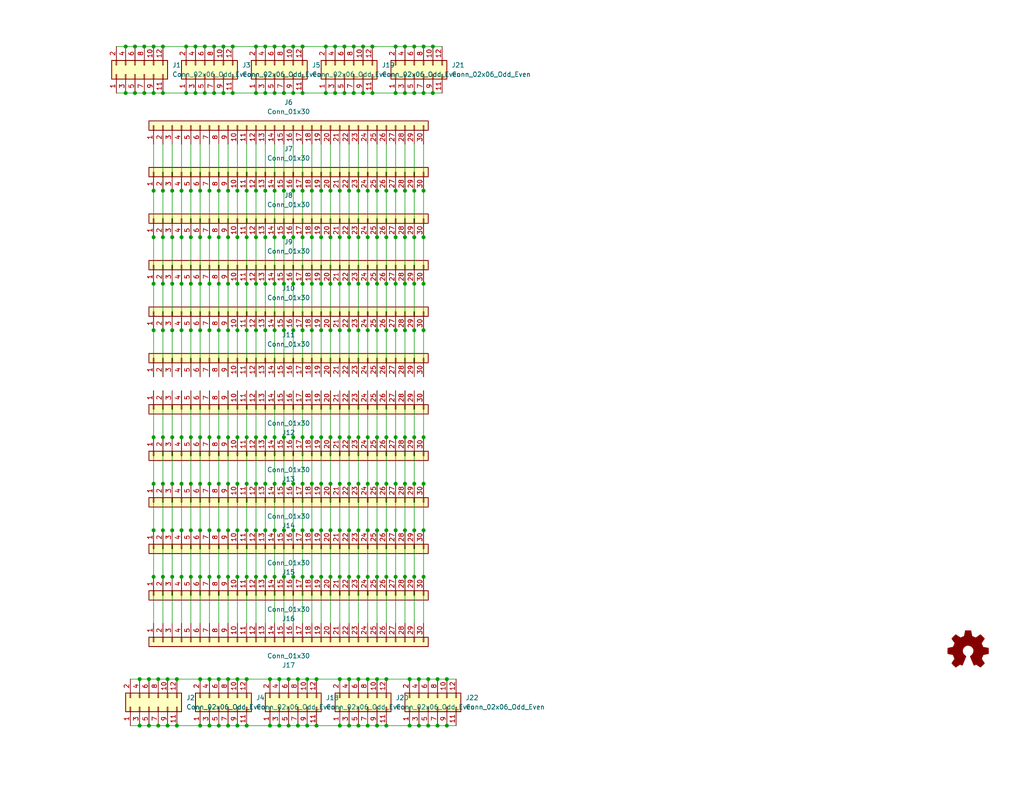
<source format=kicad_sch>
(kicad_sch (version 20230121) (generator eeschema)
  (paper "USLetter")
  (title_block (title "Control Interconnect Board OEDCS") (date "2023-10-10") (rev "Rev 1.1") (company "Public Invention") (comment 1 "GNU Affero General Public License v3.0") (comment 2 "Contributor: Lawrence Kinceloe") (comment 3 "Drawn By: (Forrest) Lee Erickson"))
  (lib_symbols
    (symbol "Connector_Generic:Conn_01x30" (pin_names (offset 1.016) hide)
      (property "Reference" "J" (at 0 38.1 0))
      (property "Value" "Conn_01x30" (at 0 -40.64 0))
      (symbol "Conn_01x30_1_1"
        (pin passive line (at -5.08 35.56 0) (length 3.81) (name "Pin_1") (number "1"))
        (pin passive line (at -5.08 12.7 0) (length 3.81) (name "Pin_10") (number "10"))
        (pin passive line (at -5.08 10.16 0) (length 3.81) (name "Pin_11") (number "11"))
        (pin passive line (at -5.08 7.62 0) (length 3.81) (name "Pin_12") (number "12"))
        (pin passive line (at -5.08 5.08 0) (length 3.81) (name "Pin_13") (number "13"))
        (pin passive line (at -5.08 2.54 0) (length 3.81) (name "Pin_14") (number "14"))
        (pin passive line (at -5.08 0 0) (length 3.81) (name "Pin_15") (number "15"))
        (pin passive line (at -5.08 -2.54 0) (length 3.81) (name "Pin_16") (number "16"))
        (pin passive line (at -5.08 -5.08 0) (length 3.81) (name "Pin_17") (number "17"))
        (pin passive line (at -5.08 -7.62 0) (length 3.81) (name "Pin_18") (number "18"))
        (pin passive line (at -5.08 -10.16 0) (length 3.81) (name "Pin_19") (number "19"))
        (pin passive line (at -5.08 33.02 0) (length 3.81) (name "Pin_2") (number "2"))
        (pin passive line (at -5.08 -12.7 0) (length 3.81) (name "Pin_20") (number "20"))
        (pin passive line (at -5.08 -15.24 0) (length 3.81) (name "Pin_21") (number "21"))
        (pin passive line (at -5.08 -17.78 0) (length 3.81) (name "Pin_22") (number "22"))
        (pin passive line (at -5.08 -20.32 0) (length 3.81) (name "Pin_23") (number "23"))
        (pin passive line (at -5.08 -22.86 0) (length 3.81) (name "Pin_24") (number "24"))
        (pin passive line (at -5.08 -25.4 0) (length 3.81) (name "Pin_25") (number "25"))
        (pin passive line (at -5.08 -27.94 0) (length 3.81) (name "Pin_26") (number "26"))
        (pin passive line (at -5.08 -30.48 0) (length 3.81) (name "Pin_27") (number "27"))
        (pin passive line (at -5.08 -33.02 0) (length 3.81) (name "Pin_28") (number "28"))
        (pin passive line (at -5.08 -35.56 0) (length 3.81) (name "Pin_29") (number "29"))
        (pin passive line (at -5.08 30.48 0) (length 3.81) (name "Pin_3") (number "3"))
        (pin passive line (at -5.08 -38.1 0) (length 3.81) (name "Pin_30") (number "30"))
        (pin passive line (at -5.08 27.94 0) (length 3.81) (name "Pin_4") (number "4"))
        (pin passive line (at -5.08 25.4 0) (length 3.81) (name "Pin_5") (number "5"))
        (pin passive line (at -5.08 22.86 0) (length 3.81) (name "Pin_6") (number "6"))
        (pin passive line (at -5.08 20.32 0) (length 3.81) (name "Pin_7") (number "7"))
        (pin passive line (at -5.08 17.78 0) (length 3.81) (name "Pin_8") (number "8"))
        (pin passive line (at -5.08 15.24 0) (length 3.81) (name "Pin_9") (number "9"))
      )
    )
    (symbol "Connector_Generic:Conn_02x06_Odd_Even" (pin_names (offset 1.016) hide)
      (property "Reference" "J" (at 1.27 7.62 0))
      (property "Value" "Conn_02x06_Odd_Even" (at 1.27 -10.16 0))
      (symbol "Conn_02x06_Odd_Even_1_1"
        (pin passive line (at -5.08 5.08 0) (length 3.81) (name "Pin_1") (number "1"))
        (pin passive line (at 7.62 -5.08 180) (length 3.81) (name "Pin_10") (number "10"))
        (pin passive line (at -5.08 -7.62 0) (length 3.81) (name "Pin_11") (number "11"))
        (pin passive line (at 7.62 -7.62 180) (length 3.81) (name "Pin_12") (number "12"))
        (pin passive line (at 7.62 5.08 180) (length 3.81) (name "Pin_2") (number "2"))
        (pin passive line (at -5.08 2.54 0) (length 3.81) (name "Pin_3") (number "3"))
        (pin passive line (at 7.62 2.54 180) (length 3.81) (name "Pin_4") (number "4"))
        (pin passive line (at -5.08 0 0) (length 3.81) (name "Pin_5") (number "5"))
        (pin passive line (at 7.62 0 180) (length 3.81) (name "Pin_6") (number "6"))
        (pin passive line (at -5.08 -2.54 0) (length 3.81) (name "Pin_7") (number "7"))
        (pin passive line (at 7.62 -2.54 180) (length 3.81) (name "Pin_8") (number "8"))
        (pin passive line (at -5.08 -5.08 0) (length 3.81) (name "Pin_9") (number "9"))
      )
    )
    (symbol "Graphic:Logo_Open_Hardware_Small" (in_bom no) (on_board no))
  )
  (junction (at 95.25 157.48))
  (junction (at 50.8 25.4))
  (junction (at 69.85 119.38))
  (junction (at 76.2 185.42))
  (junction (at 115.57 64.77))
  (junction (at 110.49 119.38))
  (junction (at 121.92 185.42))
  (junction (at 95.25 144.78))
  (junction (at 54.61 64.77))
  (junction (at 115.57 144.78))
  (junction (at 67.31 157.48))
  (junction (at 93.98 25.4))
  (junction (at 100.33 90.17))
  (junction (at 80.01 12.7))
  (junction (at 90.17 90.17))
  (junction (at 115.57 12.7))
  (junction (at 87.63 157.48))
  (junction (at 80.01 132.08))
  (junction (at 116.84 185.42))
  (junction (at 88.9 25.4))
  (junction (at 46.99 119.38))
  (junction (at 97.79 77.47))
  (junction (at 64.77 185.42))
  (junction (at 113.03 77.47))
  (junction (at 97.79 144.78))
  (junction (at 48.26 185.42))
  (junction (at 46.99 132.08))
  (junction (at 90.17 157.48))
  (junction (at 107.95 12.7))
  (junction (at 41.91 52.07))
  (junction (at 81.28 198.12))
  (junction (at 41.91 132.08))
  (junction (at 44.45 25.4))
  (junction (at 74.93 157.48))
  (junction (at 110.49 64.77))
  (junction (at 53.34 12.7))
  (junction (at 95.25 198.12))
  (junction (at 97.79 119.38))
  (junction (at 58.42 25.4))
  (junction (at 105.41 132.08))
  (junction (at 54.61 157.48))
  (junction (at 62.23 132.08))
  (junction (at 107.95 64.77))
  (junction (at 121.92 198.12))
  (junction (at 105.41 198.12))
  (junction (at 44.45 64.77))
  (junction (at 113.03 132.08))
  (junction (at 74.93 52.07))
  (junction (at 85.09 90.17))
  (junction (at 85.09 119.38))
  (junction (at 52.07 132.08))
  (junction (at 87.63 64.77))
  (junction (at 86.36 185.42))
  (junction (at 69.85 12.7))
  (junction (at 69.85 52.07))
  (junction (at 105.41 157.48))
  (junction (at 36.83 12.7))
  (junction (at 46.99 157.48))
  (junction (at 63.5 25.4))
  (junction (at 49.53 157.48))
  (junction (at 57.15 90.17))
  (junction (at 85.09 144.78))
  (junction (at 85.09 52.07))
  (junction (at 83.82 185.42))
  (junction (at 105.41 119.38))
  (junction (at 99.06 12.7))
  (junction (at 64.77 132.08))
  (junction (at 107.95 119.38))
  (junction (at 59.69 144.78))
  (junction (at 113.03 157.48))
  (junction (at 57.15 52.07))
  (junction (at 60.96 12.7))
  (junction (at 85.09 157.48))
  (junction (at 87.63 119.38))
  (junction (at 59.69 64.77))
  (junction (at 105.41 185.42))
  (junction (at 45.72 185.42))
  (junction (at 110.49 90.17))
  (junction (at 102.87 132.08))
  (junction (at 62.23 185.42))
  (junction (at 41.91 64.77))
  (junction (at 113.03 90.17))
  (junction (at 54.61 132.08))
  (junction (at 77.47 90.17))
  (junction (at 54.61 144.78))
  (junction (at 41.91 77.47))
  (junction (at 105.41 90.17))
  (junction (at 49.53 77.47))
  (junction (at 102.87 157.48))
  (junction (at 67.31 144.78))
  (junction (at 62.23 157.48))
  (junction (at 91.44 25.4))
  (junction (at 95.25 132.08))
  (junction (at 72.39 90.17))
  (junction (at 60.96 25.4))
  (junction (at 74.93 90.17))
  (junction (at 54.61 52.07))
  (junction (at 107.95 144.78))
  (junction (at 59.69 132.08))
  (junction (at 80.01 157.48))
  (junction (at 34.29 25.4))
  (junction (at 38.1 198.12))
  (junction (at 81.28 185.42))
  (junction (at 67.31 90.17))
  (junction (at 90.17 52.07))
  (junction (at 92.71 90.17))
  (junction (at 80.01 77.47))
  (junction (at 72.39 52.07))
  (junction (at 52.07 90.17))
  (junction (at 59.69 52.07))
  (junction (at 69.85 157.48))
  (junction (at 62.23 144.78))
  (junction (at 92.71 64.77))
  (junction (at 77.47 144.78))
  (junction (at 100.33 185.42))
  (junction (at 115.57 25.4))
  (junction (at 82.55 144.78))
  (junction (at 85.09 64.77))
  (junction (at 110.49 12.7))
  (junction (at 105.41 77.47))
  (junction (at 67.31 132.08))
  (junction (at 67.31 119.38))
  (junction (at 102.87 198.12))
  (junction (at 110.49 157.48))
  (junction (at 67.31 52.07))
  (junction (at 107.95 157.48))
  (junction (at 46.99 52.07))
  (junction (at 105.41 52.07))
  (junction (at 54.61 185.42))
  (junction (at 54.61 77.47))
  (junction (at 67.31 64.77))
  (junction (at 115.57 90.17))
  (junction (at 77.47 157.48))
  (junction (at 72.39 25.4))
  (junction (at 107.95 132.08))
  (junction (at 119.38 198.12))
  (junction (at 41.91 25.4))
  (junction (at 82.55 12.7))
  (junction (at 105.41 144.78))
  (junction (at 95.25 119.38))
  (junction (at 74.93 144.78))
  (junction (at 69.85 25.4))
  (junction (at 80.01 90.17))
  (junction (at 62.23 198.12))
  (junction (at 115.57 119.38))
  (junction (at 40.64 185.42))
  (junction (at 63.5 12.7))
  (junction (at 49.53 144.78))
  (junction (at 115.57 52.07))
  (junction (at 110.49 25.4))
  (junction (at 67.31 198.12))
  (junction (at 72.39 157.48))
  (junction (at 100.33 144.78))
  (junction (at 90.17 77.47))
  (junction (at 85.09 77.47))
  (junction (at 82.55 52.07))
  (junction (at 100.33 119.38))
  (junction (at 97.79 185.42))
  (junction (at 82.55 77.47))
  (junction (at 92.71 119.38))
  (junction (at 48.26 198.12))
  (junction (at 57.15 77.47))
  (junction (at 97.79 90.17))
  (junction (at 64.77 119.38))
  (junction (at 116.84 198.12))
  (junction (at 77.47 132.08))
  (junction (at 39.37 12.7))
  (junction (at 111.76 185.42))
  (junction (at 57.15 119.38))
  (junction (at 114.3 198.12))
  (junction (at 41.91 144.78))
  (junction (at 97.79 198.12))
  (junction (at 52.07 52.07))
  (junction (at 77.47 119.38))
  (junction (at 87.63 90.17))
  (junction (at 57.15 185.42))
  (junction (at 44.45 157.48))
  (junction (at 92.71 198.12))
  (junction (at 64.77 157.48))
  (junction (at 90.17 64.77))
  (junction (at 96.52 12.7))
  (junction (at 57.15 157.48))
  (junction (at 85.09 132.08))
  (junction (at 105.41 64.77))
  (junction (at 113.03 12.7))
  (junction (at 99.06 25.4))
  (junction (at 93.98 12.7))
  (junction (at 64.77 77.47))
  (junction (at 73.66 185.42))
  (junction (at 88.9 12.7))
  (junction (at 46.99 90.17))
  (junction (at 72.39 77.47))
  (junction (at 115.57 157.48))
  (junction (at 87.63 77.47))
  (junction (at 54.61 119.38))
  (junction (at 74.93 12.7))
  (junction (at 110.49 132.08))
  (junction (at 107.95 77.47))
  (junction (at 110.49 52.07))
  (junction (at 86.36 198.12))
  (junction (at 55.88 12.7))
  (junction (at 113.03 144.78))
  (junction (at 54.61 90.17))
  (junction (at 43.18 198.12))
  (junction (at 80.01 119.38))
  (junction (at 102.87 52.07))
  (junction (at 58.42 12.7))
  (junction (at 44.45 119.38))
  (junction (at 64.77 198.12))
  (junction (at 52.07 157.48))
  (junction (at 100.33 132.08))
  (junction (at 100.33 77.47))
  (junction (at 95.25 52.07))
  (junction (at 52.07 144.78))
  (junction (at 45.72 198.12))
  (junction (at 52.07 119.38))
  (junction (at 91.44 12.7))
  (junction (at 110.49 77.47))
  (junction (at 80.01 52.07))
  (junction (at 107.95 52.07))
  (junction (at 113.03 52.07))
  (junction (at 101.6 12.7))
  (junction (at 39.37 25.4))
  (junction (at 59.69 185.42))
  (junction (at 41.91 12.7))
  (junction (at 77.47 64.77))
  (junction (at 76.2 198.12))
  (junction (at 44.45 52.07))
  (junction (at 113.03 119.38))
  (junction (at 113.03 25.4))
  (junction (at 49.53 64.77))
  (junction (at 83.82 198.12))
  (junction (at 57.15 144.78))
  (junction (at 78.74 198.12))
  (junction (at 69.85 90.17))
  (junction (at 74.93 25.4))
  (junction (at 92.71 144.78))
  (junction (at 72.39 119.38))
  (junction (at 80.01 25.4))
  (junction (at 100.33 64.77))
  (junction (at 41.91 90.17))
  (junction (at 44.45 90.17))
  (junction (at 95.25 77.47))
  (junction (at 44.45 132.08))
  (junction (at 87.63 132.08))
  (junction (at 54.61 198.12))
  (junction (at 74.93 64.77))
  (junction (at 87.63 144.78))
  (junction (at 96.52 25.4))
  (junction (at 119.38 185.42))
  (junction (at 34.29 12.7))
  (junction (at 62.23 119.38))
  (junction (at 41.91 119.38))
  (junction (at 102.87 77.47))
  (junction (at 114.3 185.42))
  (junction (at 36.83 25.4))
  (junction (at 62.23 52.07))
  (junction (at 107.95 90.17))
  (junction (at 46.99 64.77))
  (junction (at 78.74 185.42))
  (junction (at 77.47 12.7))
  (junction (at 118.11 12.7))
  (junction (at 72.39 12.7))
  (junction (at 44.45 144.78))
  (junction (at 77.47 52.07))
  (junction (at 57.15 198.12))
  (junction (at 92.71 77.47))
  (junction (at 118.11 25.4))
  (junction (at 46.99 77.47))
  (junction (at 102.87 144.78))
  (junction (at 95.25 185.42))
  (junction (at 72.39 132.08))
  (junction (at 74.93 77.47))
  (junction (at 52.07 77.47))
  (junction (at 69.85 64.77))
  (junction (at 92.71 132.08))
  (junction (at 49.53 132.08))
  (junction (at 90.17 144.78))
  (junction (at 102.87 90.17))
  (junction (at 97.79 157.48))
  (junction (at 92.71 185.42))
  (junction (at 100.33 157.48))
  (junction (at 80.01 64.77))
  (junction (at 107.95 25.4))
  (junction (at 82.55 132.08))
  (junction (at 43.18 185.42))
  (junction (at 97.79 52.07))
  (junction (at 82.55 119.38))
  (junction (at 80.01 144.78))
  (junction (at 62.23 64.77))
  (junction (at 102.87 119.38))
  (junction (at 74.93 119.38))
  (junction (at 87.63 52.07))
  (junction (at 49.53 90.17))
  (junction (at 62.23 90.17))
  (junction (at 69.85 132.08))
  (junction (at 55.88 25.4))
  (junction (at 64.77 64.77))
  (junction (at 92.71 157.48))
  (junction (at 67.31 185.42))
  (junction (at 72.39 64.77))
  (junction (at 92.71 52.07))
  (junction (at 49.53 52.07))
  (junction (at 69.85 77.47))
  (junction (at 72.39 144.78))
  (junction (at 69.85 144.78))
  (junction (at 57.15 64.77))
  (junction (at 59.69 90.17))
  (junction (at 77.47 77.47))
  (junction (at 59.69 77.47))
  (junction (at 44.45 12.7))
  (junction (at 49.53 119.38))
  (junction (at 67.31 77.47))
  (junction (at 59.69 198.12))
  (junction (at 101.6 25.4))
  (junction (at 77.47 25.4))
  (junction (at 97.79 132.08))
  (junction (at 110.49 144.78))
  (junction (at 102.87 185.42))
  (junction (at 46.99 144.78))
  (junction (at 44.45 77.47))
  (junction (at 40.64 198.12))
  (junction (at 59.69 157.48))
  (junction (at 38.1 185.42))
  (junction (at 82.55 64.77))
  (junction (at 82.55 25.4))
  (junction (at 90.17 132.08))
  (junction (at 52.07 64.77))
  (junction (at 73.66 198.12))
  (junction (at 115.57 132.08))
  (junction (at 111.76 198.12))
  (junction (at 115.57 77.47))
  (junction (at 97.79 64.77))
  (junction (at 102.87 64.77))
  (junction (at 53.34 25.4))
  (junction (at 41.91 157.48))
  (junction (at 64.77 52.07))
  (junction (at 100.33 198.12))
  (junction (at 95.25 64.77))
  (junction (at 82.55 157.48))
  (junction (at 100.33 52.07))
  (junction (at 95.25 90.17))
  (junction (at 74.93 132.08))
  (junction (at 59.69 119.38))
  (junction (at 113.03 64.77))
  (junction (at 62.23 77.47))
  (junction (at 64.77 144.78))
  (junction (at 57.15 132.08))
  (junction (at 82.55 90.17))
  (junction (at 90.17 119.38))
  (junction (at 50.8 12.7))
  (junction (at 64.77 90.17))
  (wire (pts (xy 80.01 170.18) (xy 80.01 157.48)))
  (wire (pts (xy 59.69 185.42) (xy 62.23 185.42)))
  (wire (pts (xy 67.31 39.37) (xy 67.31 52.07)))
  (wire (pts (xy 115.57 12.7) (xy 118.11 12.7)))
  (wire (pts (xy 59.69 144.78) (xy 59.69 132.08)))
  (wire (pts (xy 77.47 25.4) (xy 80.01 25.4)))
  (wire (pts (xy 76.2 185.42) (xy 78.74 185.42)))
  (wire (pts (xy 107.95 12.7) (xy 110.49 12.7)))
  (wire (pts (xy 82.55 157.48) (xy 82.55 144.78)))
  (wire (pts (xy 69.85 25.4) (xy 72.39 25.4)))
  (wire (pts (xy 93.98 12.7) (xy 96.52 12.7)))
  (wire (pts (xy 76.2 198.12) (xy 78.74 198.12)))
  (wire (pts (xy 67.31 64.77) (xy 67.31 77.47)))
  (wire (pts (xy 102.87 170.18) (xy 102.87 157.48)))
  (wire (pts (xy 49.53 64.77) (xy 49.53 77.47)))
  (wire (pts (xy 41.91 52.07) (xy 41.91 64.77)))
  (wire (pts (xy 52.07 64.77) (xy 52.07 77.47)))
  (wire (pts (xy 31.75 12.7) (xy 34.29 12.7)))
  (wire (pts (xy 82.55 144.78) (xy 82.55 132.08)))
  (wire (pts (xy 85.09 90.17) (xy 85.09 102.87)))
  (wire (pts (xy 80.01 77.47) (xy 80.01 90.17)))
  (wire (pts (xy 55.88 12.7) (xy 58.42 12.7)))
  (wire (pts (xy 72.39 77.47) (xy 72.39 90.17)))
  (wire (pts (xy 113.03 52.07) (xy 113.03 64.77)))
  (wire (pts (xy 41.91 144.78) (xy 41.91 132.08)))
  (wire (pts (xy 67.31 198.12) (xy 73.66 198.12)))
  (wire (pts (xy 80.01 90.17) (xy 80.01 102.87)))
  (wire (pts (xy 82.55 64.77) (xy 82.55 77.47)))
  (wire (pts (xy 57.15 157.48) (xy 57.15 144.78)))
  (wire (pts (xy 49.53 39.37) (xy 49.53 52.07)))
  (wire (pts (xy 73.66 185.42) (xy 76.2 185.42)))
  (wire (pts (xy 85.09 157.48) (xy 85.09 144.78)))
  (wire (pts (xy 54.61 132.08) (xy 54.61 119.38)))
  (wire (pts (xy 45.72 198.12) (xy 48.26 198.12)))
  (wire (pts (xy 34.29 12.7) (xy 36.83 12.7)))
  (wire (pts (xy 64.77 90.17) (xy 64.77 102.87)))
  (wire (pts (xy 67.31 52.07) (xy 67.31 64.77)))
  (wire (pts (xy 64.77 198.12) (xy 67.31 198.12)))
  (wire (pts (xy 86.36 198.12) (xy 92.71 198.12)))
  (wire (pts (xy 64.77 157.48) (xy 64.77 144.78)))
  (wire (pts (xy 114.3 185.42) (xy 116.84 185.42)))
  (wire (pts (xy 80.01 144.78) (xy 80.01 132.08)))
  (wire (pts (xy 74.93 39.37) (xy 74.93 52.07)))
  (wire (pts (xy 67.31 77.47) (xy 67.31 90.17)))
  (wire (pts (xy 67.31 157.48) (xy 67.31 144.78)))
  (wire (pts (xy 60.96 12.7) (xy 63.5 12.7)))
  (wire (pts (xy 46.99 52.07) (xy 46.99 64.77)))
  (wire (pts (xy 115.57 90.17) (xy 115.57 102.87)))
  (wire (pts (xy 64.77 39.37) (xy 64.77 52.07)))
  (wire (pts (xy 97.79 90.17) (xy 97.79 102.87)))
  (wire (pts (xy 72.39 12.7) (xy 74.93 12.7)))
  (wire (pts (xy 35.56 185.42) (xy 38.1 185.42)))
  (wire (pts (xy 63.5 12.7) (xy 69.85 12.7)))
  (wire (pts (xy 49.53 90.17) (xy 49.53 102.87)))
  (wire (pts (xy 91.44 12.7) (xy 93.98 12.7)))
  (wire (pts (xy 36.83 25.4) (xy 39.37 25.4)))
  (wire (pts (xy 99.06 12.7) (xy 101.6 12.7)))
  (wire (pts (xy 102.87 198.12) (xy 105.41 198.12)))
  (wire (pts (xy 97.79 39.37) (xy 97.79 52.07)))
  (wire (pts (xy 67.31 90.17) (xy 67.31 102.87)))
  (wire (pts (xy 62.23 185.42) (xy 64.77 185.42)))
  (wire (pts (xy 90.17 119.38) (xy 90.17 106.68)))
  (wire (pts (xy 110.49 132.08) (xy 110.49 119.38)))
  (wire (pts (xy 110.49 90.17) (xy 110.49 102.87)))
  (wire (pts (xy 102.87 39.37) (xy 102.87 52.07)))
  (wire (pts (xy 102.87 52.07) (xy 102.87 64.77)))
  (wire (pts (xy 110.49 170.18) (xy 110.49 157.48)))
  (wire (pts (xy 92.71 39.37) (xy 92.71 52.07)))
  (wire (pts (xy 100.33 64.77) (xy 100.33 77.47)))
  (wire (pts (xy 105.41 132.08) (xy 105.41 119.38)))
  (wire (pts (xy 95.25 119.38) (xy 95.25 106.68)))
  (wire (pts (xy 35.56 198.12) (xy 38.1 198.12)))
  (wire (pts (xy 78.74 198.12) (xy 81.28 198.12)))
  (wire (pts (xy 40.64 198.12) (xy 43.18 198.12)))
  (wire (pts (xy 87.63 170.18) (xy 87.63 157.48)))
  (wire (pts (xy 67.31 185.42) (xy 73.66 185.42)))
  (wire (pts (xy 115.57 157.48) (xy 115.57 144.78)))
  (wire (pts (xy 90.17 157.48) (xy 90.17 144.78)))
  (wire (pts (xy 97.79 185.42) (xy 100.33 185.42)))
  (wire (pts (xy 87.63 64.77) (xy 87.63 77.47)))
  (wire (pts (xy 50.8 25.4) (xy 53.34 25.4)))
  (wire (pts (xy 57.15 170.18) (xy 57.15 157.48)))
  (wire (pts (xy 48.26 198.12) (xy 54.61 198.12)))
  (wire (pts (xy 87.63 132.08) (xy 87.63 119.38)))
  (wire (pts (xy 107.95 132.08) (xy 107.95 119.38)))
  (wire (pts (xy 53.34 12.7) (xy 55.88 12.7)))
  (wire (pts (xy 58.42 25.4) (xy 60.96 25.4)))
  (wire (pts (xy 85.09 39.37) (xy 85.09 52.07)))
  (wire (pts (xy 54.61 64.77) (xy 54.61 77.47)))
  (wire (pts (xy 49.53 119.38) (xy 49.53 106.68)))
  (wire (pts (xy 83.82 198.12) (xy 86.36 198.12)))
  (wire (pts (xy 58.42 12.7) (xy 60.96 12.7)))
  (wire (pts (xy 59.69 132.08) (xy 59.69 119.38)))
  (wire (pts (xy 82.55 90.17) (xy 82.55 102.87)))
  (wire (pts (xy 59.69 157.48) (xy 59.69 144.78)))
  (wire (pts (xy 69.85 157.48) (xy 69.85 144.78)))
  (wire (pts (xy 110.49 77.47) (xy 110.49 90.17)))
  (wire (pts (xy 46.99 119.38) (xy 46.99 106.68)))
  (wire (pts (xy 44.45 90.17) (xy 44.45 102.87)))
  (wire (pts (xy 53.34 25.4) (xy 55.88 25.4)))
  (wire (pts (xy 43.18 198.12) (xy 45.72 198.12)))
  (wire (pts (xy 90.17 132.08) (xy 90.17 119.38)))
  (wire (pts (xy 86.36 185.42) (xy 92.71 185.42)))
  (wire (pts (xy 102.87 64.77) (xy 102.87 77.47)))
  (wire (pts (xy 119.38 185.42) (xy 121.92 185.42)))
  (wire (pts (xy 62.23 198.12) (xy 64.77 198.12)))
  (wire (pts (xy 44.45 132.08) (xy 44.45 119.38)))
  (wire (pts (xy 41.91 157.48) (xy 41.91 144.78)))
  (wire (pts (xy 82.55 132.08) (xy 82.55 119.38)))
  (wire (pts (xy 67.31 132.08) (xy 67.31 119.38)))
  (wire (pts (xy 90.17 170.18) (xy 90.17 157.48)))
  (wire (pts (xy 69.85 170.18) (xy 69.85 157.48)))
  (wire (pts (xy 62.23 170.18) (xy 62.23 157.48)))
  (wire (pts (xy 92.71 119.38) (xy 92.71 106.68)))
  (wire (pts (xy 92.71 77.47) (xy 92.71 90.17)))
  (wire (pts (xy 115.57 132.08) (xy 115.57 119.38)))
  (wire (pts (xy 96.52 25.4) (xy 99.06 25.4)))
  (wire (pts (xy 69.85 119.38) (xy 69.85 106.68)))
  (wire (pts (xy 69.85 39.37) (xy 69.85 52.07)))
  (wire (pts (xy 87.63 39.37) (xy 87.63 52.07)))
  (wire (pts (xy 74.93 157.48) (xy 74.93 144.78)))
  (wire (pts (xy 113.03 144.78) (xy 113.03 132.08)))
  (wire (pts (xy 105.41 77.47) (xy 105.41 90.17)))
  (wire (pts (xy 54.61 144.78) (xy 54.61 132.08)))
  (wire (pts (xy 97.79 144.78) (xy 97.79 132.08)))
  (wire (pts (xy 105.41 90.17) (xy 105.41 102.87)))
  (wire (pts (xy 73.66 198.12) (xy 76.2 198.12)))
  (wire (pts (xy 110.49 25.4) (xy 113.03 25.4)))
  (wire (pts (xy 44.45 52.07) (xy 44.45 64.77)))
  (wire (pts (xy 82.55 39.37) (xy 82.55 52.07)))
  (wire (pts (xy 54.61 77.47) (xy 54.61 90.17)))
  (wire (pts (xy 82.55 77.47) (xy 82.55 90.17)))
  (wire (pts (xy 44.45 170.18) (xy 44.45 157.48)))
  (wire (pts (xy 105.41 144.78) (xy 105.41 132.08)))
  (wire (pts (xy 44.45 12.7) (xy 50.8 12.7)))
  (wire (pts (xy 107.95 119.38) (xy 107.95 106.68)))
  (wire (pts (xy 97.79 52.07) (xy 97.79 64.77)))
  (wire (pts (xy 46.99 39.37) (xy 46.99 52.07)))
  (wire (pts (xy 81.28 198.12) (xy 83.82 198.12)))
  (wire (pts (xy 101.6 25.4) (xy 107.95 25.4)))
  (wire (pts (xy 111.76 198.12) (xy 114.3 198.12)))
  (wire (pts (xy 72.39 64.77) (xy 72.39 77.47)))
  (wire (pts (xy 41.91 119.38) (xy 41.91 106.68)))
  (wire (pts (xy 41.91 170.18) (xy 41.91 157.48)))
  (wire (pts (xy 97.79 119.38) (xy 97.79 106.68)))
  (wire (pts (xy 82.55 52.07) (xy 82.55 64.77)))
  (wire (pts (xy 85.09 77.47) (xy 85.09 90.17)))
  (wire (pts (xy 107.95 64.77) (xy 107.95 77.47)))
  (wire (pts (xy 41.91 39.37) (xy 41.91 52.07)))
  (wire (pts (xy 48.26 185.42) (xy 54.61 185.42)))
  (wire (pts (xy 52.07 132.08) (xy 52.07 119.38)))
  (wire (pts (xy 72.39 25.4) (xy 74.93 25.4)))
  (wire (pts (xy 54.61 119.38) (xy 54.61 106.68)))
  (wire (pts (xy 115.57 64.77) (xy 115.57 77.47)))
  (wire (pts (xy 121.92 185.42) (xy 124.46 185.42)))
  (wire (pts (xy 107.95 157.48) (xy 107.95 144.78)))
  (wire (pts (xy 59.69 52.07) (xy 59.69 64.77)))
  (wire (pts (xy 69.85 52.07) (xy 69.85 64.77)))
  (wire (pts (xy 52.07 39.37) (xy 52.07 52.07)))
  (wire (pts (xy 99.06 25.4) (xy 101.6 25.4)))
  (wire (pts (xy 85.09 64.77) (xy 85.09 77.47)))
  (wire (pts (xy 102.87 185.42) (xy 105.41 185.42)))
  (wire (pts (xy 52.07 52.07) (xy 52.07 64.77)))
  (wire (pts (xy 55.88 25.4) (xy 58.42 25.4)))
  (wire (pts (xy 77.47 119.38) (xy 77.47 106.68)))
  (wire (pts (xy 107.95 52.07) (xy 107.95 64.77)))
  (wire (pts (xy 64.77 119.38) (xy 64.77 106.68)))
  (wire (pts (xy 74.93 90.17) (xy 74.93 102.87)))
  (wire (pts (xy 110.49 12.7) (xy 113.03 12.7)))
  (wire (pts (xy 57.15 185.42) (xy 59.69 185.42)))
  (wire (pts (xy 52.07 119.38) (xy 52.07 106.68)))
  (wire (pts (xy 80.01 132.08) (xy 80.01 119.38)))
  (wire (pts (xy 59.69 119.38) (xy 59.69 106.68)))
  (wire (pts (xy 62.23 119.38) (xy 62.23 106.68)))
  (wire (pts (xy 95.25 157.48) (xy 95.25 144.78)))
  (wire (pts (xy 110.49 64.77) (xy 110.49 77.47)))
  (wire (pts (xy 62.23 39.37) (xy 62.23 52.07)))
  (wire (pts (xy 100.33 157.48) (xy 100.33 144.78)))
  (wire (pts (xy 67.31 144.78) (xy 67.31 132.08)))
  (wire (pts (xy 74.93 144.78) (xy 74.93 132.08)))
  (wire (pts (xy 105.41 185.42) (xy 111.76 185.42)))
  (wire (pts (xy 69.85 64.77) (xy 69.85 77.47)))
  (wire (pts (xy 87.63 119.38) (xy 87.63 106.68)))
  (wire (pts (xy 87.63 77.47) (xy 87.63 90.17)))
  (wire (pts (xy 87.63 157.48) (xy 87.63 144.78)))
  (wire (pts (xy 49.53 170.18) (xy 49.53 157.48)))
  (wire (pts (xy 59.69 170.18) (xy 59.69 157.48)))
  (wire (pts (xy 72.39 90.17) (xy 72.39 102.87)))
  (wire (pts (xy 85.09 144.78) (xy 85.09 132.08)))
  (wire (pts (xy 62.23 52.07) (xy 62.23 64.77)))
  (wire (pts (xy 54.61 39.37) (xy 54.61 52.07)))
  (wire (pts (xy 95.25 77.47) (xy 95.25 90.17)))
  (wire (pts (xy 72.39 132.08) (xy 72.39 119.38)))
  (wire (pts (xy 97.79 64.77) (xy 97.79 77.47)))
  (wire (pts (xy 80.01 119.38) (xy 80.01 106.68)))
  (wire (pts (xy 102.87 144.78) (xy 102.87 132.08)))
  (wire (pts (xy 100.33 119.38) (xy 100.33 106.68)))
  (wire (pts (xy 60.96 25.4) (xy 63.5 25.4)))
  (wire (pts (xy 52.07 144.78) (xy 52.07 132.08)))
  (wire (pts (xy 107.95 39.37) (xy 107.95 52.07)))
  (wire (pts (xy 64.77 144.78) (xy 64.77 132.08)))
  (wire (pts (xy 67.31 119.38) (xy 67.31 106.68)))
  (wire (pts (xy 102.87 77.47) (xy 102.87 90.17)))
  (wire (pts (xy 45.72 185.42) (xy 48.26 185.42)))
  (wire (pts (xy 80.01 12.7) (xy 82.55 12.7)))
  (wire (pts (xy 96.52 12.7) (xy 99.06 12.7)))
  (wire (pts (xy 100.33 77.47) (xy 100.33 90.17)))
  (wire (pts (xy 77.47 12.7) (xy 80.01 12.7)))
  (wire (pts (xy 100.33 198.12) (xy 102.87 198.12)))
  (wire (pts (xy 54.61 185.42) (xy 57.15 185.42)))
  (wire (pts (xy 72.39 39.37) (xy 72.39 52.07)))
  (wire (pts (xy 34.29 25.4) (xy 36.83 25.4)))
  (wire (pts (xy 77.47 157.48) (xy 77.47 144.78)))
  (wire (pts (xy 80.01 64.77) (xy 80.01 77.47)))
  (wire (pts (xy 110.49 144.78) (xy 110.49 132.08)))
  (wire (pts (xy 49.53 52.07) (xy 49.53 64.77)))
  (wire (pts (xy 92.71 157.48) (xy 92.71 144.78)))
  (wire (pts (xy 115.57 170.18) (xy 115.57 157.48)))
  (wire (pts (xy 82.55 119.38) (xy 82.55 106.68)))
  (wire (pts (xy 57.15 52.07) (xy 57.15 64.77)))
  (wire (pts (xy 107.95 25.4) (xy 110.49 25.4)))
  (wire (pts (xy 57.15 77.47) (xy 57.15 90.17)))
  (wire (pts (xy 44.45 144.78) (xy 44.45 132.08)))
  (wire (pts (xy 105.41 39.37) (xy 105.41 52.07)))
  (wire (pts (xy 74.93 52.07) (xy 74.93 64.77)))
  (wire (pts (xy 74.93 170.18) (xy 74.93 157.48)))
  (wire (pts (xy 41.91 132.08) (xy 41.91 119.38)))
  (wire (pts (xy 77.47 144.78) (xy 77.47 132.08)))
  (wire (pts (xy 100.33 39.37) (xy 100.33 52.07)))
  (wire (pts (xy 54.61 170.18) (xy 54.61 157.48)))
  (wire (pts (xy 49.53 132.08) (xy 49.53 119.38)))
  (wire (pts (xy 69.85 77.47) (xy 69.85 90.17)))
  (wire (pts (xy 57.15 90.17) (xy 57.15 102.87)))
  (wire (pts (xy 90.17 90.17) (xy 90.17 102.87)))
  (wire (pts (xy 64.77 64.77) (xy 64.77 77.47)))
  (wire (pts (xy 115.57 119.38) (xy 115.57 106.68)))
  (wire (pts (xy 90.17 77.47) (xy 90.17 90.17)))
  (wire (pts (xy 72.39 170.18) (xy 72.39 157.48)))
  (wire (pts (xy 59.69 64.77) (xy 59.69 77.47)))
  (wire (pts (xy 113.03 170.18) (xy 113.03 157.48)))
  (wire (pts (xy 52.07 157.48) (xy 52.07 144.78)))
  (wire (pts (xy 46.99 90.17) (xy 46.99 102.87)))
  (wire (pts (xy 87.63 144.78) (xy 87.63 132.08)))
  (wire (pts (xy 40.64 185.42) (xy 43.18 185.42)))
  (wire (pts (xy 39.37 12.7) (xy 41.91 12.7)))
  (wire (pts (xy 57.15 198.12) (xy 59.69 198.12)))
  (wire (pts (xy 69.85 132.08) (xy 69.85 119.38)))
  (wire (pts (xy 77.47 39.37) (xy 77.47 52.07)))
  (wire (pts (xy 74.93 64.77) (xy 74.93 77.47)))
  (wire (pts (xy 57.15 64.77) (xy 57.15 77.47)))
  (wire (pts (xy 113.03 12.7) (xy 115.57 12.7)))
  (wire (pts (xy 92.71 52.07) (xy 92.71 64.77)))
  (wire (pts (xy 52.07 170.18) (xy 52.07 157.48)))
  (wire (pts (xy 77.47 64.77) (xy 77.47 77.47)))
  (wire (pts (xy 62.23 132.08) (xy 62.23 119.38)))
  (wire (pts (xy 46.99 157.48) (xy 46.99 144.78)))
  (wire (pts (xy 49.53 144.78) (xy 49.53 132.08)))
  (wire (pts (xy 80.01 157.48) (xy 80.01 144.78)))
  (wire (pts (xy 105.41 198.12) (xy 111.76 198.12)))
  (wire (pts (xy 52.07 77.47) (xy 52.07 90.17)))
  (wire (pts (xy 100.33 170.18) (xy 100.33 157.48)))
  (wire (pts (xy 31.75 25.4) (xy 34.29 25.4)))
  (wire (pts (xy 107.95 144.78) (xy 107.95 132.08)))
  (wire (pts (xy 100.33 144.78) (xy 100.33 132.08)))
  (wire (pts (xy 54.61 157.48) (xy 54.61 144.78)))
  (wire (pts (xy 111.76 185.42) (xy 114.3 185.42)))
  (wire (pts (xy 115.57 39.37) (xy 115.57 52.07)))
  (wire (pts (xy 38.1 185.42) (xy 40.64 185.42)))
  (wire (pts (xy 85.09 52.07) (xy 85.09 64.77)))
  (wire (pts (xy 64.77 52.07) (xy 64.77 64.77)))
  (wire (pts (xy 80.01 25.4) (xy 82.55 25.4)))
  (wire (pts (xy 44.45 39.37) (xy 44.45 52.07)))
  (wire (pts (xy 77.47 170.18) (xy 77.47 157.48)))
  (wire (pts (xy 59.69 90.17) (xy 59.69 102.87)))
  (wire (pts (xy 74.93 77.47) (xy 74.93 90.17)))
  (wire (pts (xy 74.93 132.08) (xy 74.93 119.38)))
  (wire (pts (xy 64.77 132.08) (xy 64.77 119.38)))
  (wire (pts (xy 113.03 64.77) (xy 113.03 77.47)))
  (wire (pts (xy 121.92 198.12) (xy 124.46 198.12)))
  (wire (pts (xy 113.03 119.38) (xy 113.03 106.68)))
  (wire (pts (xy 113.03 77.47) (xy 113.03 90.17)))
  (wire (pts (xy 44.45 64.77) (xy 44.45 77.47)))
  (wire (pts (xy 97.79 132.08) (xy 97.79 119.38)))
  (wire (pts (xy 57.15 132.08) (xy 57.15 119.38)))
  (wire (pts (xy 80.01 39.37) (xy 80.01 52.07)))
  (wire (pts (xy 105.41 64.77) (xy 105.41 77.47)))
  (wire (pts (xy 74.93 12.7) (xy 77.47 12.7)))
  (wire (pts (xy 101.6 12.7) (xy 107.95 12.7)))
  (wire (pts (xy 41.91 25.4) (xy 44.45 25.4)))
  (wire (pts (xy 72.39 157.48) (xy 72.39 144.78)))
  (wire (pts (xy 62.23 157.48) (xy 62.23 144.78)))
  (wire (pts (xy 64.77 77.47) (xy 64.77 90.17)))
  (wire (pts (xy 87.63 52.07) (xy 87.63 64.77)))
  (wire (pts (xy 115.57 77.47) (xy 115.57 90.17)))
  (wire (pts (xy 115.57 144.78) (xy 115.57 132.08)))
  (wire (pts (xy 38.1 198.12) (xy 40.64 198.12)))
  (wire (pts (xy 110.49 52.07) (xy 110.49 64.77)))
  (wire (pts (xy 113.03 157.48) (xy 113.03 144.78)))
  (wire (pts (xy 107.95 90.17) (xy 107.95 102.87)))
  (wire (pts (xy 69.85 12.7) (xy 72.39 12.7)))
  (wire (pts (xy 82.55 12.7) (xy 88.9 12.7)))
  (wire (pts (xy 57.15 144.78) (xy 57.15 132.08)))
  (wire (pts (xy 115.57 25.4) (xy 118.11 25.4)))
  (wire (pts (xy 62.23 90.17) (xy 62.23 102.87)))
  (wire (pts (xy 39.37 25.4) (xy 41.91 25.4)))
  (wire (pts (xy 82.55 25.4) (xy 88.9 25.4)))
  (wire (pts (xy 102.87 157.48) (xy 102.87 144.78)))
  (wire (pts (xy 110.49 39.37) (xy 110.49 52.07)))
  (wire (pts (xy 95.25 170.18) (xy 95.25 157.48)))
  (wire (pts (xy 44.45 77.47) (xy 44.45 90.17)))
  (wire (pts (xy 82.55 170.18) (xy 82.55 157.48)))
  (wire (pts (xy 77.47 90.17) (xy 77.47 102.87)))
  (wire (pts (xy 50.8 12.7) (xy 53.34 12.7)))
  (wire (pts (xy 95.25 90.17) (xy 95.25 102.87)))
  (wire (pts (xy 41.91 90.17) (xy 41.91 102.87)))
  (wire (pts (xy 52.07 90.17) (xy 52.07 102.87)))
  (wire (pts (xy 113.03 90.17) (xy 113.03 102.87)))
  (wire (pts (xy 46.99 132.08) (xy 46.99 119.38)))
  (wire (pts (xy 41.91 77.47) (xy 41.91 90.17)))
  (wire (pts (xy 87.63 90.17) (xy 87.63 102.87)))
  (wire (pts (xy 36.83 12.7) (xy 39.37 12.7)))
  (wire (pts (xy 118.11 25.4) (xy 120.65 25.4)))
  (wire (pts (xy 49.53 157.48) (xy 49.53 144.78)))
  (wire (pts (xy 41.91 12.7) (xy 44.45 12.7)))
  (wire (pts (xy 62.23 64.77) (xy 62.23 77.47)))
  (wire (pts (xy 95.25 144.78) (xy 95.25 132.08)))
  (wire (pts (xy 67.31 170.18) (xy 67.31 157.48)))
  (wire (pts (xy 62.23 77.47) (xy 62.23 90.17)))
  (wire (pts (xy 107.95 170.18) (xy 107.95 157.48)))
  (wire (pts (xy 92.71 64.77) (xy 92.71 77.47)))
  (wire (pts (xy 113.03 132.08) (xy 113.03 119.38)))
  (wire (pts (xy 74.93 25.4) (xy 77.47 25.4)))
  (wire (pts (xy 105.41 119.38) (xy 105.41 106.68)))
  (wire (pts (xy 90.17 64.77) (xy 90.17 77.47)))
  (wire (pts (xy 100.33 132.08) (xy 100.33 119.38)))
  (wire (pts (xy 113.03 25.4) (xy 115.57 25.4)))
  (wire (pts (xy 59.69 39.37) (xy 59.69 52.07)))
  (wire (pts (xy 44.45 25.4) (xy 50.8 25.4)))
  (wire (pts (xy 46.99 64.77) (xy 46.99 77.47)))
  (wire (pts (xy 100.33 185.42) (xy 102.87 185.42)))
  (wire (pts (xy 95.25 64.77) (xy 95.25 77.47)))
  (wire (pts (xy 64.77 170.18) (xy 64.77 157.48)))
  (wire (pts (xy 69.85 144.78) (xy 69.85 132.08)))
  (wire (pts (xy 59.69 77.47) (xy 59.69 90.17)))
  (wire (pts (xy 92.71 198.12) (xy 95.25 198.12)))
  (wire (pts (xy 69.85 90.17) (xy 69.85 102.87)))
  (wire (pts (xy 77.47 52.07) (xy 77.47 64.77)))
  (wire (pts (xy 41.91 64.77) (xy 41.91 77.47)))
  (wire (pts (xy 88.9 12.7) (xy 91.44 12.7)))
  (wire (pts (xy 92.71 185.42) (xy 95.25 185.42)))
  (wire (pts (xy 110.49 119.38) (xy 110.49 106.68)))
  (wire (pts (xy 80.01 52.07) (xy 80.01 64.77)))
  (wire (pts (xy 116.84 198.12) (xy 119.38 198.12)))
  (wire (pts (xy 74.93 119.38) (xy 74.93 106.68)))
  (wire (pts (xy 91.44 25.4) (xy 93.98 25.4)))
  (wire (pts (xy 46.99 144.78) (xy 46.99 132.08)))
  (wire (pts (xy 118.11 12.7) (xy 120.65 12.7)))
  (wire (pts (xy 110.49 157.48) (xy 110.49 144.78)))
  (wire (pts (xy 85.09 170.18) (xy 85.09 157.48)))
  (wire (pts (xy 95.25 198.12) (xy 97.79 198.12)))
  (wire (pts (xy 85.09 119.38) (xy 85.09 106.68)))
  (wire (pts (xy 92.71 170.18) (xy 92.71 157.48)))
  (wire (pts (xy 63.5 25.4) (xy 69.85 25.4)))
  (wire (pts (xy 116.84 185.42) (xy 119.38 185.42)))
  (wire (pts (xy 62.23 144.78) (xy 62.23 132.08)))
  (wire (pts (xy 54.61 52.07) (xy 54.61 64.77)))
  (wire (pts (xy 54.61 90.17) (xy 54.61 102.87)))
  (wire (pts (xy 97.79 77.47) (xy 97.79 90.17)))
  (wire (pts (xy 90.17 144.78) (xy 90.17 132.08)))
  (wire (pts (xy 72.39 144.78) (xy 72.39 132.08)))
  (wire (pts (xy 102.87 132.08) (xy 102.87 119.38)))
  (wire (pts (xy 114.3 198.12) (xy 116.84 198.12)))
  (wire (pts (xy 97.79 198.12) (xy 100.33 198.12)))
  (wire (pts (xy 44.45 157.48) (xy 44.45 144.78)))
  (wire (pts (xy 115.57 52.07) (xy 115.57 64.77)))
  (wire (pts (xy 92.71 132.08) (xy 92.71 119.38)))
  (wire (pts (xy 100.33 52.07) (xy 100.33 64.77)))
  (wire (pts (xy 64.77 185.42) (xy 67.31 185.42)))
  (wire (pts (xy 46.99 170.18) (xy 46.99 157.48)))
  (wire (pts (xy 90.17 52.07) (xy 90.17 64.77)))
  (wire (pts (xy 95.25 39.37) (xy 95.25 52.07)))
  (wire (pts (xy 97.79 170.18) (xy 97.79 157.48)))
  (wire (pts (xy 100.33 90.17) (xy 100.33 102.87)))
  (wire (pts (xy 72.39 119.38) (xy 72.39 106.68)))
  (wire (pts (xy 95.25 132.08) (xy 95.25 119.38)))
  (wire (pts (xy 83.82 185.42) (xy 86.36 185.42)))
  (wire (pts (xy 46.99 77.47) (xy 46.99 90.17)))
  (wire (pts (xy 105.41 52.07) (xy 105.41 64.77)))
  (wire (pts (xy 102.87 119.38) (xy 102.87 106.68)))
  (wire (pts (xy 93.98 25.4) (xy 96.52 25.4)))
  (wire (pts (xy 102.87 90.17) (xy 102.87 102.87)))
  (wire (pts (xy 90.17 39.37) (xy 90.17 52.07)))
  (wire (pts (xy 72.39 52.07) (xy 72.39 64.77)))
  (wire (pts (xy 57.15 39.37) (xy 57.15 52.07)))
  (wire (pts (xy 77.47 77.47) (xy 77.47 90.17)))
  (wire (pts (xy 59.69 198.12) (xy 62.23 198.12)))
  (wire (pts (xy 44.45 119.38) (xy 44.45 106.68)))
  (wire (pts (xy 97.79 157.48) (xy 97.79 144.78)))
  (wire (pts (xy 113.03 39.37) (xy 113.03 52.07)))
  (wire (pts (xy 77.47 132.08) (xy 77.47 119.38)))
  (wire (pts (xy 95.25 185.42) (xy 97.79 185.42)))
  (wire (pts (xy 95.25 52.07) (xy 95.25 64.77)))
  (wire (pts (xy 85.09 132.08) (xy 85.09 119.38)))
  (wire (pts (xy 119.38 198.12) (xy 121.92 198.12)))
  (wire (pts (xy 49.53 77.47) (xy 49.53 90.17)))
  (wire (pts (xy 92.71 90.17) (xy 92.71 102.87)))
  (wire (pts (xy 105.41 170.18) (xy 105.41 157.48)))
  (wire (pts (xy 81.28 185.42) (xy 83.82 185.42)))
  (wire (pts (xy 78.74 185.42) (xy 81.28 185.42)))
  (wire (pts (xy 107.95 77.47) (xy 107.95 90.17)))
  (wire (pts (xy 43.18 185.42) (xy 45.72 185.42)))
  (wire (pts (xy 88.9 25.4) (xy 91.44 25.4)))
  (wire (pts (xy 92.71 144.78) (xy 92.71 132.08)))
  (wire (pts (xy 54.61 198.12) (xy 57.15 198.12)))
  (wire (pts (xy 57.15 119.38) (xy 57.15 106.68)))
  (wire (pts (xy 105.41 157.48) (xy 105.41 144.78)))
  (symbol (lib_id "Connector_Generic:Conn_01x30") (at 77.47 72.39 90) (unit 1)
    (property "Reference" "J9" (at 78.74 66.04 90))
    (property "Value" "Conn_01x30" (at 78.74 68.58 90))
    (property "Footprint" "Connector_PinSocket_2.54mm:PinSocket_1x30_P2.54mm_Vertical" (effects hide))
    (instances (project "BreadBoard30Places" (path "" (reference "J9") (unit 1))) (project "Control_1v1" (path "" (reference "J46") (unit 1))))
  )
  (symbol (lib_id "Connector_Generic:Conn_01x30") (at 77.47 175.26 90) (mirror x) (unit 1)
    (property "Reference" "J17" (at 78.74 181.61 90))
    (property "Value" "Conn_01x30" (at 78.74 179.07 90))
    (property "Footprint" "Connector_PinSocket_2.54mm:PinSocket_1x30_P2.54mm_Vertical" (effects hide))
    (instances (project "BreadBoard30Places" (path "" (reference "J17") (unit 1))) (project "Control_1v1" (path "" (reference "J54") (unit 1))))
  )
  (symbol (lib_id "Connector_Generic:Conn_01x30") (at 77.47 85.09 90) (unit 1)
    (property "Reference" "J10" (at 78.74 78.74 90))
    (property "Value" "Conn_01x30" (at 78.74 81.28 90))
    (property "Footprint" "Connector_PinSocket_2.54mm:PinSocket_1x30_P2.54mm_Vertical" (effects hide))
    (instances (project "BreadBoard30Places" (path "" (reference "J10") (unit 1))) (project "Control_1v1" (path "" (reference "J47") (unit 1))))
  )
  (symbol (lib_id "Connector_Generic:Conn_01x30") (at 77.47 137.16 90) (mirror x) (unit 1)
    (property "Reference" "J14" (at 78.74 143.51 90))
    (property "Value" "Conn_01x30" (at 78.74 140.97 90))
    (property "Footprint" "Connector_PinSocket_2.54mm:PinSocket_1x30_P2.54mm_Vertical" (effects hide))
    (instances (project "BreadBoard30Places" (path "" (reference "J14") (unit 1))) (project "Control_1v1" (path "" (reference "J51") (unit 1))))
  )
  (symbol (lib_id "Connector_Generic:Conn_02x06_Odd_Even") (at 59.69 193.04 90) (unit 1)
    (property "Reference" "J4" (at 69.85 190.5 90) (effects (justify right)))
    (property "Value" "Conn_02x06_Odd_Even" (at 69.85 193.04 90) (effects (justify right)))
    (property "Footprint" "Connector_PinSocket_2.54mm:PinSocket_2x06_P2.54mm_Vertical" (effects hide))
    (instances (project "BreadBoard30Places" (path "" (reference "J4") (unit 1))) (project "Control_1v1" (path "" (reference "J41") (unit 1))))
  )
  (symbol (lib_id "Connector_Generic:Conn_01x30") (at 77.47 149.86 90) (mirror x) (unit 1)
    (property "Reference" "J15" (at 78.74 156.21 90))
    (property "Value" "Conn_01x30" (at 78.74 153.67 90))
    (property "Footprint" "Connector_PinSocket_2.54mm:PinSocket_1x30_P2.54mm_Vertical" (effects hide))
    (instances (project "BreadBoard30Places" (path "" (reference "J15") (unit 1))) (project "Control_1v1" (path "" (reference "J52") (unit 1))))
  )
  (symbol (lib_id "Connector_Generic:Conn_02x06_Odd_Even") (at 116.84 193.04 90) (unit 1)
    (property "Reference" "J22" (at 127 190.5 90) (effects (justify right)))
    (property "Value" "Conn_02x06_Odd_Even" (at 127 193.04 90) (effects (justify right)))
    (property "Footprint" "Connector_PinSocket_2.54mm:PinSocket_2x06_P2.54mm_Vertical" (effects hide))
    (instances (project "BreadBoard30Places" (path "" (reference "J22") (unit 1))) (project "Control_1v1" (path "" (reference "J59") (unit 1))))
  )
  (symbol (lib_id "Connector_Generic:Conn_02x06_Odd_Even") (at 36.83 20.32 90) (unit 1)
    (property "Reference" "J1" (at 46.99 17.78 90) (effects (justify right)))
    (property "Value" "Conn_02x06_Odd_Even" (at 46.99 20.32 90) (effects (justify right)))
    (property "Footprint" "Connector_PinSocket_2.54mm:PinSocket_2x06_P2.54mm_Vertical" (effects hide))
    (instances (project "BreadBoard30Places" (path "" (reference "J1") (unit 1))) (project "Control_1v1" (path "" (reference "J38") (unit 1))))
  )
  (symbol (lib_id "Connector_Generic:Conn_02x06_Odd_Even") (at 113.03 20.32 90) (unit 1)
    (property "Reference" "J21" (at 123.19 17.78 90) (effects (justify right)))
    (property "Value" "Conn_02x06_Odd_Even" (at 123.19 20.32 90) (effects (justify right)))
    (property "Footprint" "Connector_PinSocket_2.54mm:PinSocket_2x06_P2.54mm_Vertical" (effects hide))
    (instances (project "BreadBoard30Places" (path "" (reference "J21") (unit 1))) (project "Control_1v1" (path "" (reference "J58") (unit 1))))
  )
  (symbol (lib_id "Graphic:Logo_Open_Hardware_Small") (at 264.16 177.8 0) (unit 1) (in_bom no) (on_board no)
    (property "Reference" "#SYM1" (effects hide))
    (property "Value" "Logo_Open_Hardware_Small" (effects hide))
    (property "Sim.Enable" "0" (effects hide))
  )
  (symbol (lib_id "Connector_Generic:Conn_02x06_Odd_Even") (at 78.74 193.04 90) (unit 1)
    (property "Reference" "J18" (at 88.9 190.5 90) (effects (justify right)))
    (property "Value" "Conn_02x06_Odd_Even" (at 88.9 193.04 90) (effects (justify right)))
    (property "Footprint" "Connector_PinSocket_2.54mm:PinSocket_2x06_P2.54mm_Vertical" (effects hide))
    (instances (project "BreadBoard30Places" (path "" (reference "J18") (unit 1))) (project "Control_1v1" (path "" (reference "J55") (unit 1))))
  )
  (symbol (lib_id "Connector_Generic:Conn_01x30") (at 77.47 111.76 90) (mirror x) (unit 1)
    (property "Reference" "J12" (at 78.74 118.11 90))
    (property "Value" "Conn_01x30" (at 78.74 115.57 90))
    (property "Footprint" "Connector_PinSocket_2.54mm:PinSocket_1x30_P2.54mm_Vertical" (effects hide))
    (instances (project "BreadBoard30Places" (path "" (reference "J12") (unit 1))) (project "Control_1v1" (path "" (reference "J49") (unit 1))))
  )
  (symbol (lib_id "Connector_Generic:Conn_01x30") (at 77.47 162.56 90) (mirror x) (unit 1)
    (property "Reference" "J16" (at 78.74 168.91 90))
    (property "Value" "Conn_01x30" (at 78.74 166.37 90))
    (property "Footprint" "Connector_PinSocket_2.54mm:PinSocket_1x30_P2.54mm_Vertical" (effects hide))
    (instances (project "BreadBoard30Places" (path "" (reference "J16") (unit 1))) (project "Control_1v1" (path "" (reference "J53") (unit 1))))
  )
  (symbol (lib_id "Connector_Generic:Conn_01x30") (at 77.47 59.69 90) (unit 1)
    (property "Reference" "J8" (at 78.74 53.34 90))
    (property "Value" "Conn_01x30" (at 78.74 55.88 90))
    (property "Footprint" "Connector_PinSocket_2.54mm:PinSocket_1x30_P2.54mm_Vertical" (effects hide))
    (instances (project "BreadBoard30Places" (path "" (reference "J8") (unit 1))) (project "Control_1v1" (path "" (reference "J45") (unit 1))))
  )
  (symbol (lib_id "Connector_Generic:Conn_02x06_Odd_Even") (at 55.88 20.32 90) (unit 1)
    (property "Reference" "J3" (at 66.04 17.78 90) (effects (justify right)))
    (property "Value" "Conn_02x06_Odd_Even" (at 66.04 20.32 90) (effects (justify right)))
    (property "Footprint" "Connector_PinSocket_2.54mm:PinSocket_2x06_P2.54mm_Vertical" (effects hide))
    (instances (project "BreadBoard30Places" (path "" (reference "J3") (unit 1))) (project "Control_1v1" (path "" (reference "J40") (unit 1))))
  )
  (symbol (lib_id "Connector_Generic:Conn_01x30") (at 77.47 46.99 90) (unit 1)
    (property "Reference" "J7" (at 78.74 40.64 90))
    (property "Value" "Conn_01x30" (at 78.74 43.18 90))
    (property "Footprint" "Connector_PinSocket_2.54mm:PinSocket_1x30_P2.54mm_Vertical" (effects hide))
    (instances (project "BreadBoard30Places" (path "" (reference "J7") (unit 1))) (project "Control_1v1" (path "" (reference "J44") (unit 1))))
  )
  (symbol (lib_id "Connector_Generic:Conn_01x30") (at 77.47 124.46 90) (mirror x) (unit 1)
    (property "Reference" "J13" (at 78.74 130.81 90))
    (property "Value" "Conn_01x30" (at 78.74 128.27 90))
    (property "Footprint" "Connector_PinSocket_2.54mm:PinSocket_1x30_P2.54mm_Vertical" (effects hide))
    (instances (project "BreadBoard30Places" (path "" (reference "J13") (unit 1))) (project "Control_1v1" (path "" (reference "J50") (unit 1))))
  )
  (symbol (lib_id "Connector_Generic:Conn_02x06_Odd_Even") (at 93.98 20.32 90) (unit 1)
    (property "Reference" "J19" (at 104.14 17.78 90) (effects (justify right)))
    (property "Value" "Conn_02x06_Odd_Even" (at 104.14 20.32 90) (effects (justify right)))
    (property "Footprint" "Connector_PinSocket_2.54mm:PinSocket_2x06_P2.54mm_Vertical" (effects hide))
    (instances (project "BreadBoard30Places" (path "" (reference "J19") (unit 1))) (project "Control_1v1" (path "" (reference "J56") (unit 1))))
  )
  (symbol (lib_id "Connector_Generic:Conn_02x06_Odd_Even") (at 97.79 193.04 90) (unit 1)
    (property "Reference" "J20" (at 107.95 190.5 90) (effects (justify right)))
    (property "Value" "Conn_02x06_Odd_Even" (at 107.95 193.04 90) (effects (justify right)))
    (property "Footprint" "Connector_PinSocket_2.54mm:PinSocket_2x06_P2.54mm_Vertical" (effects hide))
    (instances (project "BreadBoard30Places" (path "" (reference "J20") (unit 1))) (project "Control_1v1" (path "" (reference "J57") (unit 1))))
  )
  (symbol (lib_id "Connector_Generic:Conn_01x30") (at 77.47 34.29 90) (unit 1)
    (property "Reference" "J6" (at 78.74 27.94 90))
    (property "Value" "Conn_01x30" (at 78.74 30.48 90))
    (property "Footprint" "Connector_PinSocket_2.54mm:PinSocket_1x30_P2.54mm_Vertical" (effects hide))
    (property "Datasheet" "PinHeader_1x30_P1.00mm_Vertical" (effects hide))
    (instances (project "BreadBoard30Places" (path "" (reference "J6") (unit 1))) (project "Control_1v1" (path "" (reference "J43") (unit 1))))
  )
  (symbol (lib_id "Connector_Generic:Conn_01x30") (at 77.47 97.79 90) (unit 1)
    (property "Reference" "J11" (at 78.74 91.44 90))
    (property "Value" "Conn_01x30" (at 78.74 93.98 90))
    (property "Footprint" "Connector_PinSocket_2.54mm:PinSocket_1x30_P2.54mm_Vertical" (effects hide))
    (instances (project "BreadBoard30Places" (path "" (reference "J11") (unit 1))) (project "Control_1v1" (path "" (reference "J48") (unit 1))))
  )
  (symbol (lib_id "Connector_Generic:Conn_02x06_Odd_Even") (at 40.64 193.04 90) (unit 1)
    (property "Reference" "J2" (at 50.8 190.5 90) (effects (justify right)))
    (property "Value" "Conn_02x06_Odd_Even" (at 50.8 193.04 90) (effects (justify right)))
    (property "Footprint" "Connector_PinSocket_2.54mm:PinSocket_2x06_P2.54mm_Vertical" (effects hide))
    (instances (project "BreadBoard30Places" (path "" (reference "J2") (unit 1))) (project "Control_1v1" (path "" (reference "J39") (unit 1))))
  )
  (symbol (lib_id "Connector_Generic:Conn_02x06_Odd_Even") (at 74.93 20.32 90) (unit 1)
    (property "Reference" "J5" (at 85.09 17.78 90) (effects (justify right)))
    (property "Value" "Conn_02x06_Odd_Even" (at 85.09 20.32 90) (effects (justify right)))
    (property "Footprint" "Connector_PinSocket_2.54mm:PinSocket_2x06_P2.54mm_Vertical" (effects hide))
    (instances (project "BreadBoard30Places" (path "" (reference "J5") (unit 1))) (project "Control_1v1" (path "" (reference "J42") (unit 1))))
  )
)
</source>
